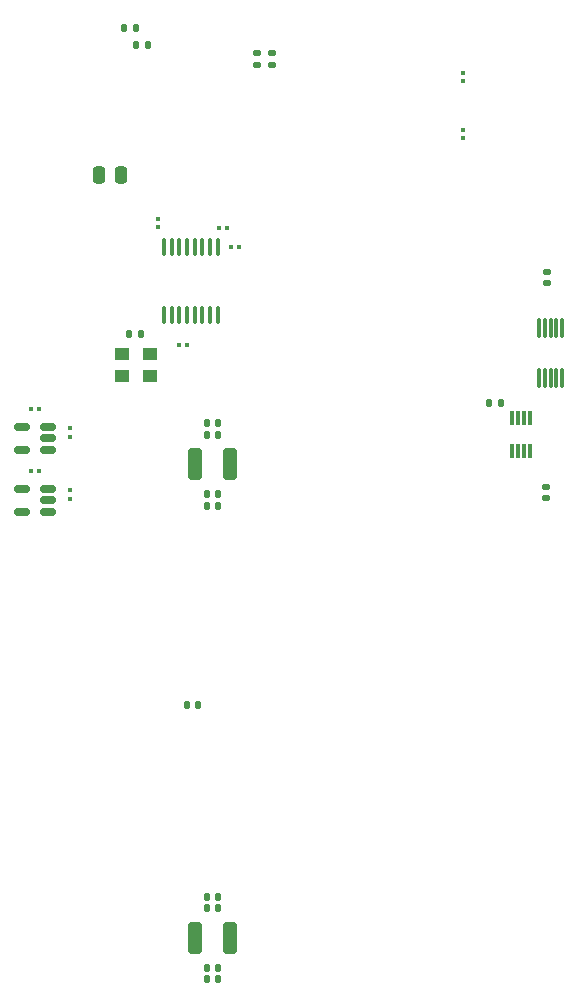
<source format=gbr>
%TF.GenerationSoftware,KiCad,Pcbnew,8.0.4*%
%TF.CreationDate,2024-11-06T18:59:40+01:00*%
%TF.ProjectId,BitForgeNano,42697446-6f72-4676-954e-616e6f2e6b69,rev?*%
%TF.SameCoordinates,Original*%
%TF.FileFunction,Paste,Bot*%
%TF.FilePolarity,Positive*%
%FSLAX46Y46*%
G04 Gerber Fmt 4.6, Leading zero omitted, Abs format (unit mm)*
G04 Created by KiCad (PCBNEW 8.0.4) date 2024-11-06 18:59:40*
%MOMM*%
%LPD*%
G01*
G04 APERTURE LIST*
G04 Aperture macros list*
%AMRoundRect*
0 Rectangle with rounded corners*
0 $1 Rounding radius*
0 $2 $3 $4 $5 $6 $7 $8 $9 X,Y pos of 4 corners*
0 Add a 4 corners polygon primitive as box body*
4,1,4,$2,$3,$4,$5,$6,$7,$8,$9,$2,$3,0*
0 Add four circle primitives for the rounded corners*
1,1,$1+$1,$2,$3*
1,1,$1+$1,$4,$5*
1,1,$1+$1,$6,$7*
1,1,$1+$1,$8,$9*
0 Add four rect primitives between the rounded corners*
20,1,$1+$1,$2,$3,$4,$5,0*
20,1,$1+$1,$4,$5,$6,$7,0*
20,1,$1+$1,$6,$7,$8,$9,0*
20,1,$1+$1,$8,$9,$2,$3,0*%
G04 Aperture macros list end*
%ADD10RoundRect,0.079500X-0.079500X-0.100500X0.079500X-0.100500X0.079500X0.100500X-0.079500X0.100500X0*%
%ADD11RoundRect,0.135000X-0.185000X0.135000X-0.185000X-0.135000X0.185000X-0.135000X0.185000X0.135000X0*%
%ADD12RoundRect,0.250000X0.325000X1.100000X-0.325000X1.100000X-0.325000X-1.100000X0.325000X-1.100000X0*%
%ADD13RoundRect,0.140000X0.140000X0.170000X-0.140000X0.170000X-0.140000X-0.170000X0.140000X-0.170000X0*%
%ADD14RoundRect,0.250000X0.250000X0.475000X-0.250000X0.475000X-0.250000X-0.475000X0.250000X-0.475000X0*%
%ADD15RoundRect,0.150000X0.512500X0.150000X-0.512500X0.150000X-0.512500X-0.150000X0.512500X-0.150000X0*%
%ADD16RoundRect,0.087500X0.087500X-0.725000X0.087500X0.725000X-0.087500X0.725000X-0.087500X-0.725000X0*%
%ADD17RoundRect,0.140000X-0.170000X0.140000X-0.170000X-0.140000X0.170000X-0.140000X0.170000X0.140000X0*%
%ADD18RoundRect,0.135000X-0.135000X-0.185000X0.135000X-0.185000X0.135000X0.185000X-0.135000X0.185000X0*%
%ADD19RoundRect,0.079500X-0.100500X0.079500X-0.100500X-0.079500X0.100500X-0.079500X0.100500X0.079500X0*%
%ADD20RoundRect,0.087500X0.087500X-0.537500X0.087500X0.537500X-0.087500X0.537500X-0.087500X-0.537500X0*%
%ADD21RoundRect,0.079500X0.079500X0.100500X-0.079500X0.100500X-0.079500X-0.100500X0.079500X-0.100500X0*%
%ADD22RoundRect,0.140000X0.170000X-0.140000X0.170000X0.140000X-0.170000X0.140000X-0.170000X-0.140000X0*%
%ADD23RoundRect,0.079500X0.100500X-0.079500X0.100500X0.079500X-0.100500X0.079500X-0.100500X-0.079500X0*%
%ADD24R,1.300000X1.100000*%
%ADD25RoundRect,0.100000X0.100000X-0.637500X0.100000X0.637500X-0.100000X0.637500X-0.100000X-0.637500X0*%
%ADD26RoundRect,0.135000X0.185000X-0.135000X0.185000X0.135000X-0.185000X0.135000X-0.185000X-0.135000X0*%
G04 APERTURE END LIST*
D10*
%TO.C,C32*%
X53405000Y-82300000D03*
X54095000Y-82300000D03*
%TD*%
D11*
%TO.C,R25*%
X72550000Y-52200000D03*
X72550000Y-53220000D03*
%TD*%
D12*
%TO.C,C41*%
X70225000Y-87000000D03*
X67275000Y-87000000D03*
%TD*%
D13*
%TO.C,C46*%
X93180000Y-81800000D03*
X92220000Y-81800000D03*
%TD*%
%TO.C,C40*%
X69230000Y-90500000D03*
X68270000Y-90500000D03*
%TD*%
%TO.C,C35*%
X62700000Y-76000000D03*
X61740000Y-76000000D03*
%TD*%
D14*
%TO.C,C47*%
X61050000Y-62500000D03*
X59150000Y-62500000D03*
%TD*%
D15*
%TO.C,U6*%
X54887500Y-89100000D03*
X54887500Y-90050000D03*
X54887500Y-91000000D03*
X52612500Y-91000000D03*
X52612500Y-89100000D03*
%TD*%
D16*
%TO.C,U2*%
X96400000Y-75487500D03*
X96900000Y-75487500D03*
X97400000Y-75487500D03*
X97900000Y-75487500D03*
X98400000Y-75487500D03*
X98400000Y-79712500D03*
X97900000Y-79712500D03*
X97400000Y-79712500D03*
X96900000Y-79712500D03*
X96400000Y-79712500D03*
%TD*%
D17*
%TO.C,C45*%
X97000000Y-88920000D03*
X97000000Y-89880000D03*
%TD*%
D10*
%TO.C,C34*%
X53405000Y-87550000D03*
X54095000Y-87550000D03*
%TD*%
%TO.C,C50*%
X69310000Y-67000000D03*
X70000000Y-67000000D03*
%TD*%
D13*
%TO.C,C39*%
X69230000Y-89500000D03*
X68270000Y-89500000D03*
%TD*%
%TO.C,C42*%
X67580000Y-107400000D03*
X66620000Y-107400000D03*
%TD*%
%TO.C,C29*%
X69230000Y-83500000D03*
X68270000Y-83500000D03*
%TD*%
D18*
%TO.C,R14*%
X62290000Y-51500000D03*
X63310000Y-51500000D03*
%TD*%
D19*
%TO.C,C31*%
X56750000Y-83955000D03*
X56750000Y-84645000D03*
%TD*%
D20*
%TO.C,U23*%
X95650000Y-85900000D03*
X95150000Y-85900000D03*
X94650000Y-85900000D03*
X94150000Y-85900000D03*
X94150000Y-83100000D03*
X94650000Y-83100000D03*
X95150000Y-83100000D03*
X95650000Y-83100000D03*
%TD*%
D21*
%TO.C,R27*%
X66645000Y-76900000D03*
X65955000Y-76900000D03*
%TD*%
D22*
%TO.C,C21*%
X97100000Y-71680000D03*
X97100000Y-70720000D03*
%TD*%
D13*
%TO.C,C60*%
X69230000Y-124600000D03*
X68270000Y-124600000D03*
%TD*%
D19*
%TO.C,C33*%
X56750000Y-89205000D03*
X56750000Y-89895000D03*
%TD*%
D21*
%TO.C,C15*%
X70995000Y-68600000D03*
X70305000Y-68600000D03*
%TD*%
D23*
%TO.C,R31*%
X64200000Y-66890000D03*
X64200000Y-66200000D03*
%TD*%
D13*
%TO.C,C59*%
X69230000Y-123600000D03*
X68270000Y-123600000D03*
%TD*%
D24*
%TO.C,U11*%
X61150000Y-77650000D03*
X63450000Y-77650000D03*
X63450000Y-79550000D03*
X61150000Y-79550000D03*
%TD*%
D25*
%TO.C,U1*%
X69225000Y-74325000D03*
X68575000Y-74325000D03*
X67925000Y-74325000D03*
X67275000Y-74325000D03*
X66625000Y-74325000D03*
X65975000Y-74325000D03*
X65325000Y-74325000D03*
X64675000Y-74325000D03*
X64675000Y-68600000D03*
X65325000Y-68600000D03*
X65975000Y-68600000D03*
X66625000Y-68600000D03*
X67275000Y-68600000D03*
X67925000Y-68600000D03*
X68575000Y-68600000D03*
X69225000Y-68600000D03*
%TD*%
D19*
%TO.C,R29*%
X90000000Y-53835000D03*
X90000000Y-54525000D03*
%TD*%
D12*
%TO.C,C64*%
X70225000Y-127100000D03*
X67275000Y-127100000D03*
%TD*%
D13*
%TO.C,C58*%
X69230000Y-130600000D03*
X68270000Y-130600000D03*
%TD*%
D18*
%TO.C,R22*%
X61250000Y-50030000D03*
X62270000Y-50030000D03*
%TD*%
D23*
%TO.C,R28*%
X90000000Y-59345000D03*
X90000000Y-58655000D03*
%TD*%
D26*
%TO.C,R26*%
X73800000Y-53220000D03*
X73800000Y-52200000D03*
%TD*%
D13*
%TO.C,C61*%
X69230000Y-129600000D03*
X68270000Y-129600000D03*
%TD*%
D15*
%TO.C,U5*%
X54887500Y-83850000D03*
X54887500Y-84800000D03*
X54887500Y-85750000D03*
X52612500Y-85750000D03*
X52612500Y-83850000D03*
%TD*%
D13*
%TO.C,C17*%
X69230000Y-84500000D03*
X68270000Y-84500000D03*
%TD*%
M02*

</source>
